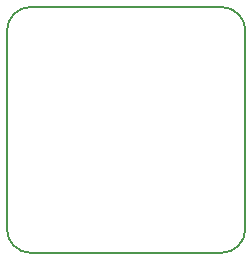
<source format=gbr>
G04 #@! TF.FileFunction,Profile,NP*
%FSLAX46Y46*%
G04 Gerber Fmt 4.6, Leading zero omitted, Abs format (unit mm)*
G04 Created by KiCad (PCBNEW 4.0.0-rc2-stable) date 11/11/2015 8:28:50 AM*
%MOMM*%
G01*
G04 APERTURE LIST*
%ADD10C,0.100000*%
%ADD11C,0.150000*%
G04 APERTURE END LIST*
D10*
D11*
X143129000Y-115062000D02*
X159258000Y-115062000D01*
X159258000Y-94234000D02*
X143129000Y-94234000D01*
X141097000Y-113030000D02*
X141097000Y-96266000D01*
X161290000Y-96266000D02*
X161290000Y-113030000D01*
X141097000Y-113030000D02*
G75*
G03X143129000Y-115062000I2032000J0D01*
G01*
X159258000Y-115062000D02*
G75*
G03X161290000Y-113030000I0J2032000D01*
G01*
X161290000Y-96266000D02*
G75*
G03X159258000Y-94234000I-2032000J0D01*
G01*
X143129000Y-94234000D02*
G75*
G03X141097000Y-96266000I0J-2032000D01*
G01*
M02*

</source>
